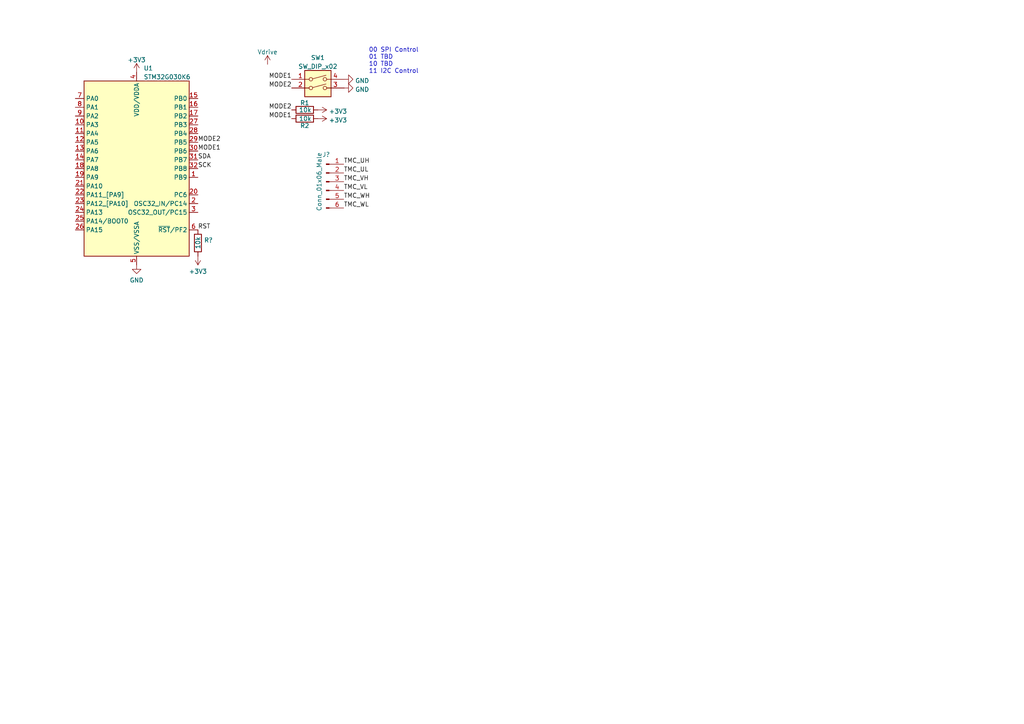
<source format=kicad_sch>
(kicad_sch (version 20211123) (generator eeschema)
  (paper "A4")
  (lib_symbols
    (symbol "Connector:Conn_01x06_Male" (pin_names (offset 1.016) hide)
      (property "Reference" "J" (at 0 7.62 0))
      (property "Value" "Conn_01x06_Male" (at 0 -10.16 0))
      (symbol "Conn_01x06_Male_1_1"
        (polyline (pts (xy 1.27 -7.62) (xy 0.8636 -7.62)) (stroke (width 0.1524)))
        (polyline (pts (xy 1.27 -5.08) (xy 0.8636 -5.08)) (stroke (width 0.1524)))
        (polyline (pts (xy 1.27 -2.54) (xy 0.8636 -2.54)) (stroke (width 0.1524)))
        (polyline (pts (xy 1.27 0) (xy 0.8636 0)) (stroke (width 0.1524)))
        (polyline (pts (xy 1.27 2.54) (xy 0.8636 2.54)) (stroke (width 0.1524)))
        (polyline (pts (xy 1.27 5.08) (xy 0.8636 5.08)) (stroke (width 0.1524)))
        (rectangle (start 0.8636 -7.493) (end 0 -7.747) (stroke (width 0.1524)) (fill (type outline)))
        (rectangle (start 0.8636 -4.953) (end 0 -5.207) (stroke (width 0.1524)) (fill (type outline)))
        (rectangle (start 0.8636 -2.413) (end 0 -2.667) (stroke (width 0.1524)) (fill (type outline)))
        (rectangle (start 0.8636 0.127) (end 0 -0.127) (stroke (width 0.1524)) (fill (type outline)))
        (rectangle (start 0.8636 2.667) (end 0 2.413) (stroke (width 0.1524)) (fill (type outline)))
        (rectangle (start 0.8636 5.207) (end 0 4.953) (stroke (width 0.1524)) (fill (type outline)))
        (pin passive line (at 5.08 5.08 180) (length 3.81) (name "Pin_1") (number "1"))
        (pin passive line (at 5.08 2.54 180) (length 3.81) (name "Pin_2") (number "2"))
        (pin passive line (at 5.08 0 180) (length 3.81) (name "Pin_3") (number "3"))
        (pin passive line (at 5.08 -2.54 180) (length 3.81) (name "Pin_4") (number "4"))
        (pin passive line (at 5.08 -5.08 180) (length 3.81) (name "Pin_5") (number "5"))
        (pin passive line (at 5.08 -7.62 180) (length 3.81) (name "Pin_6") (number "6"))
      )
    )
    (symbol "Device:R" (pin_numbers hide) (pin_names (offset 0))
      (property "Reference" "R" (at 2.032 0 90))
      (property "Value" "R" (at 0 0 90))
      (symbol "R_0_1"
        (rectangle (start -1.016 -2.54) (end 1.016 2.54) (stroke (width 0.254)))
      )
      (symbol "R_1_1"
        (pin passive line (at 0 3.81 270) (length 1.27) (name "~") (number "1"))
        (pin passive line (at 0 -3.81 90) (length 1.27) (name "~") (number "2"))
      )
    )
    (symbol "KisonNew:STM32G030"
      (property "Reference" "U" (at -15.24 26.67 0))
      (property "Value" "STM32G030" (at 1.27 26.67 0))
      (symbol "STM32G030_0_1"
        (rectangle (start -15.24 -25.4) (end 15.24 25.4) (stroke (width 0.254)) (fill (type background)))
      )
      (symbol "STM32G030_1_1"
        (pin bidirectional line (at 17.78 -2.54 180) (length 2.54) (name "PB9") (number "1"))
        (pin bidirectional line (at -17.78 12.7 0) (length 2.54) (name "PA3") (number "10"))
        (pin bidirectional line (at -17.78 10.16 0) (length 2.54) (name "PA4") (number "11"))
        (pin bidirectional line (at -17.78 7.62 0) (length 2.54) (name "PA5") (number "12"))
        (pin bidirectional line (at -17.78 5.08 0) (length 2.54) (name "PA6") (number "13"))
        (pin bidirectional line (at -17.78 2.54 0) (length 2.54) (name "PA7") (number "14"))
        (pin bidirectional line (at 17.78 20.32 180) (length 2.54) (name "PB0") (number "15"))
        (pin bidirectional line (at 17.78 17.78 180) (length 2.54) (name "PB1") (number "16"))
        (pin bidirectional line (at 17.78 15.24 180) (length 2.54) (name "PB2") (number "17"))
        (pin bidirectional line (at -17.78 0 0) (length 2.54) (name "PA8") (number "18"))
        (pin bidirectional line (at -17.78 -2.54 0) (length 2.54) (name "PA9") (number "19"))
        (pin bidirectional line (at 17.78 -10.16 180) (length 2.54) (name "OSC32_IN/PC14") (number "2"))
        (pin bidirectional line (at 17.78 -7.62 180) (length 2.54) (name "PC6") (number "20"))
        (pin bidirectional line (at -17.78 -5.08 0) (length 2.54) (name "PA10") (number "21"))
        (pin bidirectional line (at -17.78 -7.62 0) (length 2.54) (name "PA11_[PA9]") (number "22"))
        (pin bidirectional line (at -17.78 -10.16 0) (length 2.54) (name "PA12_[PA10]") (number "23"))
        (pin bidirectional line (at -17.78 -12.7 0) (length 2.54) (name "PA13") (number "24"))
        (pin bidirectional line (at -17.78 -15.24 0) (length 2.54) (name "PA14/BOOT0") (number "25"))
        (pin bidirectional line (at -17.78 -17.78 0) (length 2.54) (name "PA15") (number "26"))
        (pin bidirectional line (at 17.78 12.7 180) (length 2.54) (name "PB3") (number "27"))
        (pin bidirectional line (at 17.78 10.16 180) (length 2.54) (name "PB4") (number "28"))
        (pin bidirectional line (at 17.78 7.62 180) (length 2.54) (name "PB5") (number "29"))
        (pin bidirectional line (at 17.78 -12.7 180) (length 2.54) (name "OSC32_OUT/PC15") (number "3"))
        (pin bidirectional line (at 17.78 5.08 180) (length 2.54) (name "PB6") (number "30"))
        (pin bidirectional line (at 17.78 2.54 180) (length 2.54) (name "PB7") (number "31"))
        (pin bidirectional line (at 17.78 0 180) (length 2.54) (name "PB8") (number "32"))
        (pin power_in line (at 0 27.94 270) (length 2.54) (name "VDD/VDDA") (number "4"))
        (pin power_in line (at 0 -27.94 90) (length 2.54) (name "VSS/VSSA") (number "5"))
        (pin bidirectional line (at 17.78 -17.78 180) (length 2.54) (name "~{RST}/PF2") (number "6"))
        (pin bidirectional line (at -17.78 20.32 0) (length 2.54) (name "PA0") (number "7"))
        (pin bidirectional line (at -17.78 17.78 0) (length 2.54) (name "PA1") (number "8"))
        (pin bidirectional line (at -17.78 15.24 0) (length 2.54) (name "PA2") (number "9"))
      )
    )
    (symbol "Switch:SW_DIP_x02" (pin_names (offset 0) hide)
      (property "Reference" "SW" (at 0 6.35 0))
      (property "Value" "SW_DIP_x02" (at 0 -3.81 0))
      (symbol "SW_DIP_x02_0_0"
        (circle (center -2.032 0) (radius 0.508))
        (circle (center -2.032 2.54) (radius 0.508))
        (polyline (pts (xy -1.524 0.127) (xy 2.3622 1.1684)))
        (polyline (pts (xy -1.524 2.667) (xy 2.3622 3.7084)))
        (circle (center 2.032 0) (radius 0.508))
        (circle (center 2.032 2.54) (radius 0.508))
      )
      (symbol "SW_DIP_x02_0_1"
        (rectangle (start -3.81 5.08) (end 3.81 -2.54) (stroke (width 0.254)) (fill (type background)))
      )
      (symbol "SW_DIP_x02_1_1"
        (pin passive line (at -7.62 2.54 0) (length 5.08) (name "~") (number "1"))
        (pin passive line (at -7.62 0 0) (length 5.08) (name "~") (number "2"))
        (pin passive line (at 7.62 0 180) (length 5.08) (name "~") (number "3"))
        (pin passive line (at 7.62 2.54 180) (length 5.08) (name "~") (number "4"))
      )
    )
    (symbol "power:+3V3" (power) (pin_names (offset 0))
      (property "Value" "+3V3" (at 0 3.556 0))
      (symbol "+3V3_0_1"
        (polyline (pts (xy -0.762 1.27) (xy 0 2.54)))
        (polyline (pts (xy 0 0) (xy 0 2.54)))
        (polyline (pts (xy 0 2.54) (xy 0.762 1.27)))
      )
      (symbol "+3V3_1_1"
        (pin power_in line (at 0 0 90) (length 0) hide (name "+3V3") (number "1"))
      )
    )
    (symbol "power:GND" (power) (pin_names (offset 0))
      (property "Value" "GND" (at 0 -3.81 0))
      (symbol "GND_0_1"
        (polyline (pts (xy 0 0) (xy 0 -1.27) (xy 1.27 -1.27) (xy 0 -2.54) (xy -1.27 -1.27) (xy 0 -1.27)))
      )
      (symbol "GND_1_1"
        (pin power_in line (at 0 0 270) (length 0) hide (name "GND") (number "1"))
      )
    )
    (symbol "power:Vdrive" (power) (pin_names (offset 0))
      (property "Value" "Vdrive" (at 0 3.81 0))
      (symbol "Vdrive_0_1"
        (polyline (pts (xy -0.762 1.27) (xy 0 2.54)))
        (polyline (pts (xy 0 0) (xy 0 2.54)))
        (polyline (pts (xy 0 2.54) (xy 0.762 1.27)))
      )
      (symbol "Vdrive_1_1"
        (pin power_in line (at 0 0 90) (length 0) hide (name "Vdrive") (number "1"))
      )
    )
  )
  (text "00 SPI Control\n01 TBD\n10 TBD\n11 I2C Control" (at 106.934 21.463 0) (effects (font (size 1.27 1.27)) (justify left bottom)))
  (label "RST" (at 57.404 66.675 0))
  (label "MODE1" (at 84.582 34.417 180))
  (label "MODE1" (at 84.582 22.987 180))
  (label "MODE2" (at 57.404 41.275 0))
  (label "MODE2" (at 84.582 25.527 180))
  (label "TMC_UH" (at 99.695 47.625 0))
  (label "MODE1" (at 57.404 43.815 0))
  (label "TMC_WL" (at 99.695 60.325 0))
  (label "MODE2" (at 84.582 31.877 180))
  (label "SDA" (at 57.404 46.355 0))
  (label "TMC_VL" (at 99.695 55.245 0))
  (label "TMC_UL" (at 99.695 50.165 0))
  (label "TMC_VH" (at 99.695 52.705 0))
  (label "SCK" (at 57.404 48.895 0))
  (label "TMC_WH" (at 99.695 57.785 0))
  (symbol (lib_id "power:GND") (at 99.822 25.527 90) (unit 1)
    (property "Reference" "#PWR0105" (effects hide))
    (property "Value" "GND" (at 102.997 25.9608 90) (effects (justify right)))
  )
  (symbol (lib_id "KisonNew:STM32G030") (at 39.624 48.895 0) (unit 1)
    (property "Reference" "U1" (at 41.6434 19.7952 0) (effects (justify left)))
    (property "Value" "STM32G030K6" (at 41.6434 22.3321 0) (effects (justify left)))
    (property "Footprint" "Package_QFP:LQFP-32_7x7mm_P0.8mm" (effects hide))
    (property "Datasheet" "https://www.st.com/resource/en/datasheet/stm32g030k6.pdf" (effects hide))
  )
  (symbol (lib_id "power:GND") (at 99.822 22.987 90) (unit 1)
    (property "Reference" "#PWR0106" (effects hide))
    (property "Value" "GND" (at 102.997 23.4208 90) (effects (justify right)))
  )
  (symbol (lib_id "Device:R") (at 88.392 34.417 90) (mirror x) (unit 1)
    (property "Reference" "R2" (at 88.392 36.449 90))
    (property "Value" "10k" (at 88.519 34.417 90))
  )
  (symbol (lib_id "power:GND") (at 39.624 76.835 0) (unit 1)
    (property "Reference" "#PWR0101" (effects hide))
    (property "Value" "GND" (at 39.624 81.2784 0))
  )
  (symbol (lib_id "Switch:SW_DIP_x02") (at 92.202 25.527 0) (unit 1)
    (property "Reference" "SW1" (at 92.202 16.7472 0))
    (property "Value" "SW_DIP_x02" (at 92.202 19.2841 0))
  )
  (symbol (lib_id "power:+3V3") (at 57.404 74.295 180) (unit 1)
    (property "Reference" "#PWR?" (effects hide))
    (property "Value" "+3V3" (at 57.404 78.7384 0))
  )
  (symbol (lib_id "Connector:Conn_01x06_Male") (at 94.615 52.705 0) (unit 1)
    (property "Reference" "J?" (at 94.615 44.831 0))
    (property "Value" "Conn_01x06_Male" (at 92.583 52.705 90))
  )
  (symbol (lib_id "power:+3V3") (at 39.624 20.955 0) (unit 1)
    (property "Reference" "#PWR0102" (effects hide))
    (property "Value" "+3V3" (at 39.624 17.3792 0))
  )
  (symbol (lib_id "Device:R") (at 88.392 31.877 90) (unit 1)
    (property "Reference" "R1" (at 88.392 29.845 90))
    (property "Value" "10k" (at 88.519 31.877 90))
  )
  (symbol (lib_id "power:+3V3") (at 92.202 31.877 270) (unit 1)
    (property "Reference" "#PWR0103" (effects hide))
    (property "Value" "+3V3" (at 95.377 32.3108 90) (effects (justify left)))
  )
  (symbol (lib_id "power:+3V3") (at 92.202 34.417 270) (unit 1)
    (property "Reference" "#PWR0104" (effects hide))
    (property "Value" "+3V3" (at 95.377 34.8508 90) (effects (justify left)))
  )
  (symbol (lib_id "power:Vdrive") (at 77.597 18.669 0) (unit 1)
    (property "Reference" "#PWR0107" (effects hide))
    (property "Value" "Vdrive" (at 77.597 15.0932 0))
  )
  (symbol (lib_id "Device:R") (at 57.404 70.485 0) (unit 1)
    (property "Reference" "R?" (at 59.182 69.6503 0) (effects (justify left)))
    (property "Value" "10k" (at 57.404 72.263 90) (effects (justify left)))
  )
)
</source>
